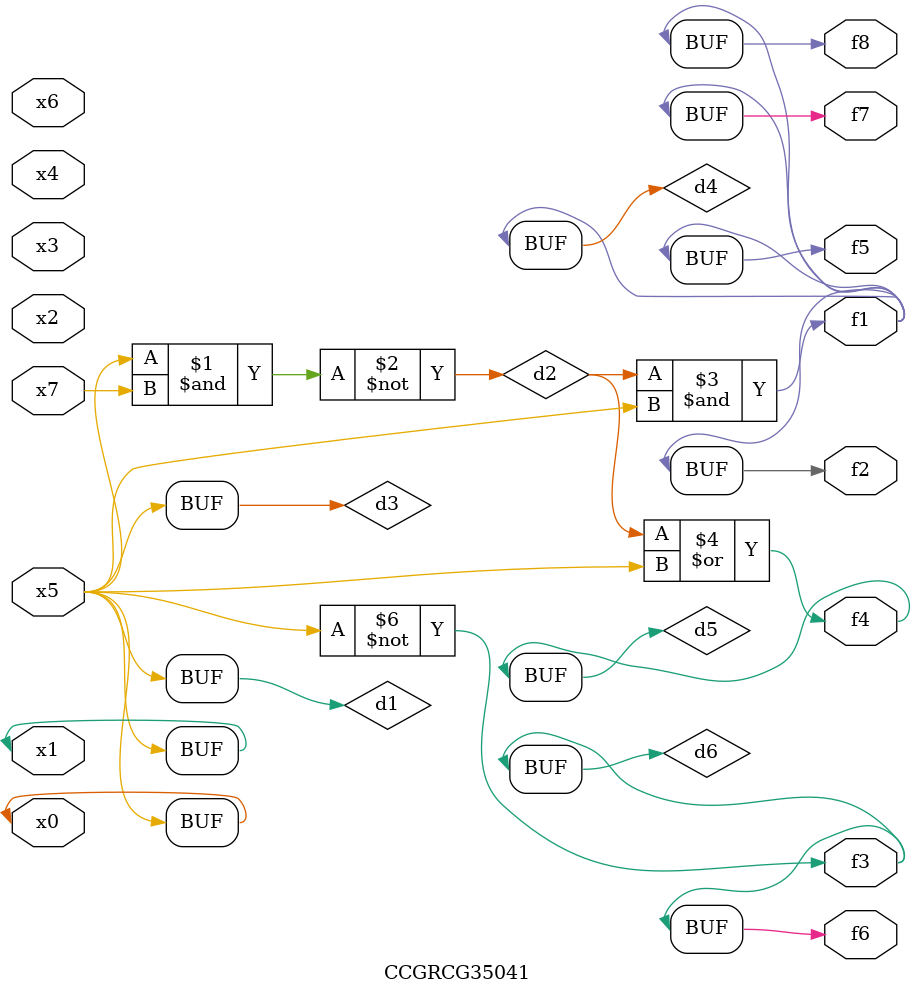
<source format=v>
module CCGRCG35041(
	input x0, x1, x2, x3, x4, x5, x6, x7,
	output f1, f2, f3, f4, f5, f6, f7, f8
);

	wire d1, d2, d3, d4, d5, d6;

	buf (d1, x0, x5);
	nand (d2, x5, x7);
	buf (d3, x0, x1);
	and (d4, d2, d3);
	or (d5, d2, d3);
	nor (d6, d1, d3);
	assign f1 = d4;
	assign f2 = d4;
	assign f3 = d6;
	assign f4 = d5;
	assign f5 = d4;
	assign f6 = d6;
	assign f7 = d4;
	assign f8 = d4;
endmodule

</source>
